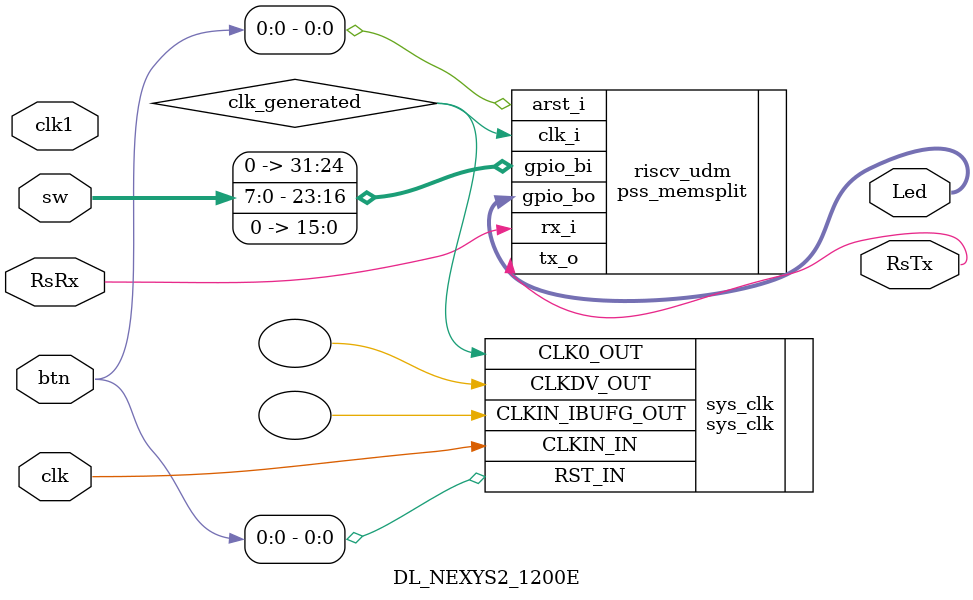
<source format=v>
module DL_NEXYS2_1200E
(
	input 	clk, clk1,

	input 	[7:0] sw,
	input	[3:0] btn,
	output 	[7:0] Led,

	input 	RsRx,
	output	RsTx
);

wire clk_generated;

sys_clk sys_clk(
	.CLKIN_IN(clk), 
	.RST_IN(btn[0]), 
	.CLKDV_OUT(),
	.CLKIN_IBUFG_OUT(), 	
	.CLK0_OUT(clk_generated)
);

pss_memsplit
#(
	.CPU("riscv_5stage"),
	.delay_test_flag(0),
	.mem_data("../../../../activecore/riscv/sw/benchmarks/heartbeat_variable.riscv.hex"),
	//.mem_data("../../../../activecore/riscv/sw/benchmarks/median.riscv.hex"),
	.mem_size(8192)
) riscv_udm
(
	.clk_i(clk_generated),
	.arst_i(btn[0]),
	.rx_i(RsRx),
	.tx_o(RsTx),
	.gpio_bi({8'h0, sw, 16'h0}),
	.gpio_bo(Led)
);

endmodule

</source>
